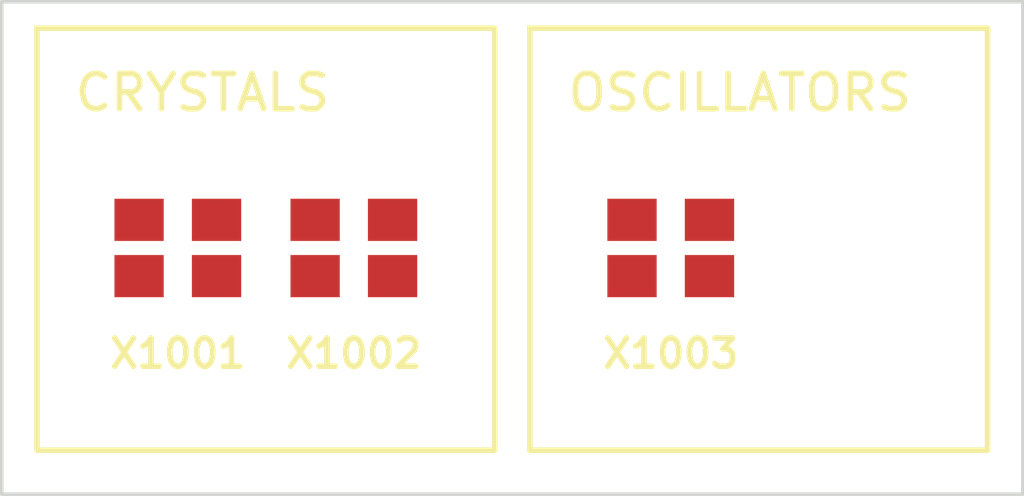
<source format=kicad_pcb>
(kicad_pcb (version 20241229) (generator "pcbnew") (generator_version "9.0")
  (title_block (title "Crystals") (date "2026-01-09") (rev "1") (comment 1 "-") (comment 2 "-"))
  (layers (0 "F.Cu" signal) (2 "B.Cu" signal) (13 "F.Paste" user) (15 "B.Paste" user) (5 "F.SilkS" user "F.Silkscreen") (7 "B.SilkS" user "B.Silkscreen") (1 "F.Mask" user) (3 "B.Mask" user) (25 "Edge.Cuts" user))
  (net 0 "")
  (footprint "lily_footprints:crystal_3225" (layer "F.Cu") (at 129 77)
    (property "Reference" "X1003" (at 0 3 0) (layer "F.SilkS") (effects (font (size 0.8 0.8) (thickness 0.16))))
    (property "Value" "50MHz" (hide yes))
    (pad "1" smd rect (at -1.1 0.8) (size 1.4 1.2) (layers "F.Cu" "F.Mask" "F.Paste"))
    (pad "2" smd rect (at 1.1 0.8) (size 1.4 1.2) (layers "F.Cu" "F.Mask" "F.Paste"))
    (pad "3" smd rect (at 1.1 -0.8) (size 1.4 1.2) (layers "F.Cu" "F.Mask" "F.Paste"))
    (pad "4" smd rect (at -1.1 -0.8) (size 1.4 1.2) (layers "F.Cu" "F.Mask" "F.Paste"))
  )
  (footprint "lily_footprints:crystal_3225" (layer "F.Cu") (at 115 77)
    (property "Reference" "X1001" (at 0 3 0) (layer "F.SilkS") (effects (font (size 0.8 0.8) (thickness 0.16))))
    (property "Value" "12MHz" (hide yes))
    (pad "1" smd rect (at -1.1 0.8) (size 1.4 1.2) (layers "F.Cu" "F.Mask" "F.Paste"))
    (pad "2" smd rect (at 1.1 0.8) (size 1.4 1.2) (layers "F.Cu" "F.Mask" "F.Paste"))
    (pad "3" smd rect (at 1.1 -0.8) (size 1.4 1.2) (layers "F.Cu" "F.Mask" "F.Paste"))
    (pad "4" smd rect (at -1.1 -0.8) (size 1.4 1.2) (layers "F.Cu" "F.Mask" "F.Paste"))
  )
  (footprint "lily_footprints:crystal_3225" (layer "F.Cu") (at 120 77)
    (property "Reference" "X1002" (at 0 3 0) (layer "F.SilkS") (effects (font (size 0.8 0.8) (thickness 0.16))))
    (property "Value" "16MHz" (hide yes))
    (pad "1" smd rect (at -1.1 0.8) (size 1.4 1.2) (layers "F.Cu" "F.Mask" "F.Paste"))
    (pad "2" smd rect (at 1.1 0.8) (size 1.4 1.2) (layers "F.Cu" "F.Mask" "F.Paste"))
    (pad "3" smd rect (at 1.1 -0.8) (size 1.4 1.2) (layers "F.Cu" "F.Mask" "F.Paste"))
    (pad "4" smd rect (at -1.1 -0.8) (size 1.4 1.2) (layers "F.Cu" "F.Mask" "F.Paste"))
  )
  (gr_rect (start 111 70.75) (end 124 82.75) (stroke (width 0.16)) (fill no) (layer "F.SilkS"))
  (gr_rect (start 125 70.75) (end 138 82.75) (stroke (width 0.16)) (fill no) (layer "F.SilkS"))
  (gr_rect (start 110 70) (end 139 84) (stroke (width 0.1)) (fill no) (layer "Edge.Cuts"))
  (gr_text "OSCILLATORS" (at 126 72 0) (layer "F.SilkS") (effects (font (size 1 1) (thickness 0.16)) (justify left top)))
  (gr_text "CRYSTALS" (at 112 72 0) (layer "F.SilkS") (effects (font (size 1 1) (thickness 0.16)) (justify left top)))
)
</source>
